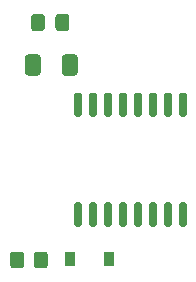
<source format=gbr>
%TF.GenerationSoftware,KiCad,Pcbnew,(5.1.10)-1*%
%TF.CreationDate,2023-09-30T19:16:06-07:00*%
%TF.ProjectId,PacmanClock_ESP32_SPI_v1_6,5061636d-616e-4436-9c6f-636b5f455350,1.6*%
%TF.SameCoordinates,Original*%
%TF.FileFunction,Paste,Bot*%
%TF.FilePolarity,Positive*%
%FSLAX46Y46*%
G04 Gerber Fmt 4.6, Leading zero omitted, Abs format (unit mm)*
G04 Created by KiCad (PCBNEW (5.1.10)-1) date 2023-09-30 19:16:06*
%MOMM*%
%LPD*%
G01*
G04 APERTURE LIST*
%ADD10R,0.900000X1.200000*%
G04 APERTURE END LIST*
%TO.C,C4*%
G36*
G01*
X174500000Y-133049998D02*
X174500000Y-134350002D01*
G75*
G02*
X174250002Y-134600000I-249998J0D01*
G01*
X173424998Y-134600000D01*
G75*
G02*
X173175000Y-134350002I0J249998D01*
G01*
X173175000Y-133049998D01*
G75*
G02*
X173424998Y-132800000I249998J0D01*
G01*
X174250002Y-132800000D01*
G75*
G02*
X174500000Y-133049998I0J-249998D01*
G01*
G37*
G36*
G01*
X177625000Y-133049998D02*
X177625000Y-134350002D01*
G75*
G02*
X177375002Y-134600000I-249998J0D01*
G01*
X176549998Y-134600000D01*
G75*
G02*
X176300000Y-134350002I0J249998D01*
G01*
X176300000Y-133049998D01*
G75*
G02*
X176549998Y-132800000I249998J0D01*
G01*
X177375002Y-132800000D01*
G75*
G02*
X177625000Y-133049998I0J-249998D01*
G01*
G37*
%TD*%
D10*
%TO.C,D1*%
X176950000Y-150100000D03*
X180250000Y-150100000D03*
%TD*%
%TO.C,C8*%
G36*
G01*
X174850000Y-129625000D02*
X174850000Y-130575000D01*
G75*
G02*
X174600000Y-130825000I-250000J0D01*
G01*
X173925000Y-130825000D01*
G75*
G02*
X173675000Y-130575000I0J250000D01*
G01*
X173675000Y-129625000D01*
G75*
G02*
X173925000Y-129375000I250000J0D01*
G01*
X174600000Y-129375000D01*
G75*
G02*
X174850000Y-129625000I0J-250000D01*
G01*
G37*
G36*
G01*
X176925000Y-129625000D02*
X176925000Y-130575000D01*
G75*
G02*
X176675000Y-130825000I-250000J0D01*
G01*
X176000000Y-130825000D01*
G75*
G02*
X175750000Y-130575000I0J250000D01*
G01*
X175750000Y-129625000D01*
G75*
G02*
X176000000Y-129375000I250000J0D01*
G01*
X176675000Y-129375000D01*
G75*
G02*
X176925000Y-129625000I0J-250000D01*
G01*
G37*
%TD*%
%TO.C,R12*%
G36*
G01*
X173100000Y-149749999D02*
X173100000Y-150650001D01*
G75*
G02*
X172850001Y-150900000I-249999J0D01*
G01*
X172149999Y-150900000D01*
G75*
G02*
X171900000Y-150650001I0J249999D01*
G01*
X171900000Y-149749999D01*
G75*
G02*
X172149999Y-149500000I249999J0D01*
G01*
X172850001Y-149500000D01*
G75*
G02*
X173100000Y-149749999I0J-249999D01*
G01*
G37*
G36*
G01*
X175100000Y-149749999D02*
X175100000Y-150650001D01*
G75*
G02*
X174850001Y-150900000I-249999J0D01*
G01*
X174149999Y-150900000D01*
G75*
G02*
X173900000Y-150650001I0J249999D01*
G01*
X173900000Y-149749999D01*
G75*
G02*
X174149999Y-149500000I249999J0D01*
G01*
X174850001Y-149500000D01*
G75*
G02*
X175100000Y-149749999I0J-249999D01*
G01*
G37*
%TD*%
%TO.C,U3*%
G36*
G01*
X177505000Y-145325000D02*
X177805000Y-145325000D01*
G75*
G02*
X177955000Y-145475000I0J-150000D01*
G01*
X177955000Y-147225000D01*
G75*
G02*
X177805000Y-147375000I-150000J0D01*
G01*
X177505000Y-147375000D01*
G75*
G02*
X177355000Y-147225000I0J150000D01*
G01*
X177355000Y-145475000D01*
G75*
G02*
X177505000Y-145325000I150000J0D01*
G01*
G37*
G36*
G01*
X178775000Y-145325000D02*
X179075000Y-145325000D01*
G75*
G02*
X179225000Y-145475000I0J-150000D01*
G01*
X179225000Y-147225000D01*
G75*
G02*
X179075000Y-147375000I-150000J0D01*
G01*
X178775000Y-147375000D01*
G75*
G02*
X178625000Y-147225000I0J150000D01*
G01*
X178625000Y-145475000D01*
G75*
G02*
X178775000Y-145325000I150000J0D01*
G01*
G37*
G36*
G01*
X180045000Y-145325000D02*
X180345000Y-145325000D01*
G75*
G02*
X180495000Y-145475000I0J-150000D01*
G01*
X180495000Y-147225000D01*
G75*
G02*
X180345000Y-147375000I-150000J0D01*
G01*
X180045000Y-147375000D01*
G75*
G02*
X179895000Y-147225000I0J150000D01*
G01*
X179895000Y-145475000D01*
G75*
G02*
X180045000Y-145325000I150000J0D01*
G01*
G37*
G36*
G01*
X181315000Y-145325000D02*
X181615000Y-145325000D01*
G75*
G02*
X181765000Y-145475000I0J-150000D01*
G01*
X181765000Y-147225000D01*
G75*
G02*
X181615000Y-147375000I-150000J0D01*
G01*
X181315000Y-147375000D01*
G75*
G02*
X181165000Y-147225000I0J150000D01*
G01*
X181165000Y-145475000D01*
G75*
G02*
X181315000Y-145325000I150000J0D01*
G01*
G37*
G36*
G01*
X182585000Y-145325000D02*
X182885000Y-145325000D01*
G75*
G02*
X183035000Y-145475000I0J-150000D01*
G01*
X183035000Y-147225000D01*
G75*
G02*
X182885000Y-147375000I-150000J0D01*
G01*
X182585000Y-147375000D01*
G75*
G02*
X182435000Y-147225000I0J150000D01*
G01*
X182435000Y-145475000D01*
G75*
G02*
X182585000Y-145325000I150000J0D01*
G01*
G37*
G36*
G01*
X183855000Y-145325000D02*
X184155000Y-145325000D01*
G75*
G02*
X184305000Y-145475000I0J-150000D01*
G01*
X184305000Y-147225000D01*
G75*
G02*
X184155000Y-147375000I-150000J0D01*
G01*
X183855000Y-147375000D01*
G75*
G02*
X183705000Y-147225000I0J150000D01*
G01*
X183705000Y-145475000D01*
G75*
G02*
X183855000Y-145325000I150000J0D01*
G01*
G37*
G36*
G01*
X185125000Y-145325000D02*
X185425000Y-145325000D01*
G75*
G02*
X185575000Y-145475000I0J-150000D01*
G01*
X185575000Y-147225000D01*
G75*
G02*
X185425000Y-147375000I-150000J0D01*
G01*
X185125000Y-147375000D01*
G75*
G02*
X184975000Y-147225000I0J150000D01*
G01*
X184975000Y-145475000D01*
G75*
G02*
X185125000Y-145325000I150000J0D01*
G01*
G37*
G36*
G01*
X186395000Y-145325000D02*
X186695000Y-145325000D01*
G75*
G02*
X186845000Y-145475000I0J-150000D01*
G01*
X186845000Y-147225000D01*
G75*
G02*
X186695000Y-147375000I-150000J0D01*
G01*
X186395000Y-147375000D01*
G75*
G02*
X186245000Y-147225000I0J150000D01*
G01*
X186245000Y-145475000D01*
G75*
G02*
X186395000Y-145325000I150000J0D01*
G01*
G37*
G36*
G01*
X186395000Y-136025000D02*
X186695000Y-136025000D01*
G75*
G02*
X186845000Y-136175000I0J-150000D01*
G01*
X186845000Y-137925000D01*
G75*
G02*
X186695000Y-138075000I-150000J0D01*
G01*
X186395000Y-138075000D01*
G75*
G02*
X186245000Y-137925000I0J150000D01*
G01*
X186245000Y-136175000D01*
G75*
G02*
X186395000Y-136025000I150000J0D01*
G01*
G37*
G36*
G01*
X185125000Y-136025000D02*
X185425000Y-136025000D01*
G75*
G02*
X185575000Y-136175000I0J-150000D01*
G01*
X185575000Y-137925000D01*
G75*
G02*
X185425000Y-138075000I-150000J0D01*
G01*
X185125000Y-138075000D01*
G75*
G02*
X184975000Y-137925000I0J150000D01*
G01*
X184975000Y-136175000D01*
G75*
G02*
X185125000Y-136025000I150000J0D01*
G01*
G37*
G36*
G01*
X183855000Y-136025000D02*
X184155000Y-136025000D01*
G75*
G02*
X184305000Y-136175000I0J-150000D01*
G01*
X184305000Y-137925000D01*
G75*
G02*
X184155000Y-138075000I-150000J0D01*
G01*
X183855000Y-138075000D01*
G75*
G02*
X183705000Y-137925000I0J150000D01*
G01*
X183705000Y-136175000D01*
G75*
G02*
X183855000Y-136025000I150000J0D01*
G01*
G37*
G36*
G01*
X182585000Y-136025000D02*
X182885000Y-136025000D01*
G75*
G02*
X183035000Y-136175000I0J-150000D01*
G01*
X183035000Y-137925000D01*
G75*
G02*
X182885000Y-138075000I-150000J0D01*
G01*
X182585000Y-138075000D01*
G75*
G02*
X182435000Y-137925000I0J150000D01*
G01*
X182435000Y-136175000D01*
G75*
G02*
X182585000Y-136025000I150000J0D01*
G01*
G37*
G36*
G01*
X181315000Y-136025000D02*
X181615000Y-136025000D01*
G75*
G02*
X181765000Y-136175000I0J-150000D01*
G01*
X181765000Y-137925000D01*
G75*
G02*
X181615000Y-138075000I-150000J0D01*
G01*
X181315000Y-138075000D01*
G75*
G02*
X181165000Y-137925000I0J150000D01*
G01*
X181165000Y-136175000D01*
G75*
G02*
X181315000Y-136025000I150000J0D01*
G01*
G37*
G36*
G01*
X180045000Y-136025000D02*
X180345000Y-136025000D01*
G75*
G02*
X180495000Y-136175000I0J-150000D01*
G01*
X180495000Y-137925000D01*
G75*
G02*
X180345000Y-138075000I-150000J0D01*
G01*
X180045000Y-138075000D01*
G75*
G02*
X179895000Y-137925000I0J150000D01*
G01*
X179895000Y-136175000D01*
G75*
G02*
X180045000Y-136025000I150000J0D01*
G01*
G37*
G36*
G01*
X178775000Y-136025000D02*
X179075000Y-136025000D01*
G75*
G02*
X179225000Y-136175000I0J-150000D01*
G01*
X179225000Y-137925000D01*
G75*
G02*
X179075000Y-138075000I-150000J0D01*
G01*
X178775000Y-138075000D01*
G75*
G02*
X178625000Y-137925000I0J150000D01*
G01*
X178625000Y-136175000D01*
G75*
G02*
X178775000Y-136025000I150000J0D01*
G01*
G37*
G36*
G01*
X177505000Y-136025000D02*
X177805000Y-136025000D01*
G75*
G02*
X177955000Y-136175000I0J-150000D01*
G01*
X177955000Y-137925000D01*
G75*
G02*
X177805000Y-138075000I-150000J0D01*
G01*
X177505000Y-138075000D01*
G75*
G02*
X177355000Y-137925000I0J150000D01*
G01*
X177355000Y-136175000D01*
G75*
G02*
X177505000Y-136025000I150000J0D01*
G01*
G37*
%TD*%
M02*

</source>
